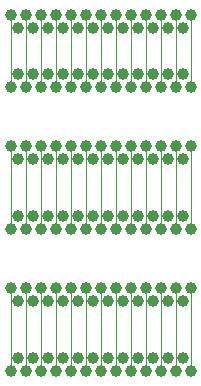
<source format=gbr>
%TF.GenerationSoftware,KiCad,Pcbnew,(5.1.9)-1*%
%TF.CreationDate,2021-07-01T13:43:52-06:00*%
%TF.ProjectId,Sub-D Micro-D 25 Pin Vacuum FeedThru,5375622d-4420-44d6-9963-726f2d442032,rev?*%
%TF.SameCoordinates,Original*%
%TF.FileFunction,Copper,L1,Top*%
%TF.FilePolarity,Positive*%
%FSLAX46Y46*%
G04 Gerber Fmt 4.6, Leading zero omitted, Abs format (unit mm)*
G04 Created by KiCad (PCBNEW (5.1.9)-1) date 2021-07-01 13:43:52*
%MOMM*%
%LPD*%
G01*
G04 APERTURE LIST*
%TA.AperFunction,ComponentPad*%
%ADD10C,1.000000*%
%TD*%
%TA.AperFunction,Conductor*%
%ADD11C,0.090000*%
%TD*%
G04 APERTURE END LIST*
D10*
%TO.P,J1,25*%
%TO.N,Net-(J1-Pad25)*%
X6990000Y14000000D03*
%TO.P,J1,24*%
%TO.N,Net-(J1-Pad24)*%
X5720000Y14000000D03*
%TO.P,J1,23*%
%TO.N,Net-(J1-Pad23)*%
X4450000Y14000000D03*
%TO.P,J1,22*%
%TO.N,Net-(J1-Pad22)*%
X3180000Y14000000D03*
%TO.P,J1,21*%
%TO.N,Net-(J1-Pad21)*%
X1910000Y14000000D03*
%TO.P,J1,20*%
%TO.N,Net-(J1-Pad20)*%
X640000Y14000000D03*
%TO.P,J1,19*%
%TO.N,Net-(J1-Pad19)*%
X-630000Y14000000D03*
%TO.P,J1,18*%
%TO.N,Net-(J1-Pad18)*%
X-1900000Y14000000D03*
%TO.P,J1,17*%
%TO.N,Net-(J1-Pad17)*%
X-3170000Y14000000D03*
%TO.P,J1,16*%
%TO.N,Net-(J1-Pad16)*%
X-4440000Y14000000D03*
%TO.P,J1,15*%
%TO.N,Net-(J1-Pad15)*%
X-5710000Y14000000D03*
%TO.P,J1,13*%
%TO.N,Net-(J1-Pad13)*%
X7620000Y15100000D03*
%TO.P,J1,12*%
%TO.N,Net-(J1-Pad12)*%
X6350000Y15100000D03*
%TO.P,J1,11*%
%TO.N,Net-(J1-Pad11)*%
X5080000Y15100000D03*
%TO.P,J1,10*%
%TO.N,Net-(J1-Pad10)*%
X3810000Y15100000D03*
%TO.P,J1,9*%
%TO.N,Net-(J1-Pad9)*%
X2540000Y15100000D03*
%TO.P,J1,8*%
%TO.N,Net-(J1-Pad8)*%
X1270000Y15100000D03*
%TO.P,J1,7*%
%TO.N,Net-(J1-Pad7)*%
X0Y15100000D03*
%TO.P,J1,6*%
%TO.N,Net-(J1-Pad6)*%
X-1270000Y15100000D03*
%TO.P,J1,5*%
%TO.N,Net-(J1-Pad5)*%
X-2540000Y15100000D03*
%TO.P,J1,4*%
%TO.N,Net-(J1-Pad4)*%
X-3810000Y15100000D03*
%TO.P,J1,3*%
%TO.N,Net-(J1-Pad3)*%
X-5080000Y15100000D03*
%TO.P,J1,2*%
%TO.N,Net-(J1-Pad2)*%
X-6350000Y15100000D03*
%TO.P,J1,14*%
%TO.N,Net-(J1-Pad14)*%
X-6980000Y14000000D03*
%TO.P,J1,1*%
%TO.N,Net-(J1-Pad1)*%
X-7620000Y15100000D03*
%TD*%
%TO.P,J2,1*%
%TO.N,Net-(J1-Pad1)*%
X-7620000Y9000000D03*
%TO.P,J2,14*%
%TO.N,Net-(J1-Pad14)*%
X-6980000Y10100000D03*
%TO.P,J2,2*%
%TO.N,Net-(J1-Pad2)*%
X-6350000Y9000000D03*
%TO.P,J2,3*%
%TO.N,Net-(J1-Pad3)*%
X-5080000Y9000000D03*
%TO.P,J2,4*%
%TO.N,Net-(J1-Pad4)*%
X-3810000Y9000000D03*
%TO.P,J2,5*%
%TO.N,Net-(J1-Pad5)*%
X-2540000Y9000000D03*
%TO.P,J2,6*%
%TO.N,Net-(J1-Pad6)*%
X-1270000Y9000000D03*
%TO.P,J2,7*%
%TO.N,Net-(J1-Pad7)*%
X0Y9000000D03*
%TO.P,J2,8*%
%TO.N,Net-(J1-Pad8)*%
X1270000Y9000000D03*
%TO.P,J2,9*%
%TO.N,Net-(J1-Pad9)*%
X2540000Y9000000D03*
%TO.P,J2,10*%
%TO.N,Net-(J1-Pad10)*%
X3810000Y9000000D03*
%TO.P,J2,11*%
%TO.N,Net-(J1-Pad11)*%
X5080000Y9000000D03*
%TO.P,J2,12*%
%TO.N,Net-(J1-Pad12)*%
X6350000Y9000000D03*
%TO.P,J2,13*%
%TO.N,Net-(J1-Pad13)*%
X7620000Y9000000D03*
%TO.P,J2,15*%
%TO.N,Net-(J1-Pad15)*%
X-5710000Y10100000D03*
%TO.P,J2,16*%
%TO.N,Net-(J1-Pad16)*%
X-4440000Y10100000D03*
%TO.P,J2,17*%
%TO.N,Net-(J1-Pad17)*%
X-3170000Y10100000D03*
%TO.P,J2,18*%
%TO.N,Net-(J1-Pad18)*%
X-1900000Y10100000D03*
%TO.P,J2,19*%
%TO.N,Net-(J1-Pad19)*%
X-630000Y10100000D03*
%TO.P,J2,20*%
%TO.N,Net-(J1-Pad20)*%
X640000Y10100000D03*
%TO.P,J2,21*%
%TO.N,Net-(J1-Pad21)*%
X1910000Y10100000D03*
%TO.P,J2,22*%
%TO.N,Net-(J1-Pad22)*%
X3180000Y10100000D03*
%TO.P,J2,23*%
%TO.N,Net-(J1-Pad23)*%
X4450000Y10100000D03*
%TO.P,J2,24*%
%TO.N,Net-(J1-Pad24)*%
X5720000Y10100000D03*
%TO.P,J2,25*%
%TO.N,Net-(J1-Pad25)*%
X6990000Y10100000D03*
%TD*%
%TO.P,J3,25*%
%TO.N,Net-(J3-Pad25)*%
X6990000Y2900000D03*
%TO.P,J3,24*%
%TO.N,Net-(J3-Pad24)*%
X5720000Y2900000D03*
%TO.P,J3,23*%
%TO.N,Net-(J3-Pad23)*%
X4450000Y2900000D03*
%TO.P,J3,22*%
%TO.N,Net-(J3-Pad22)*%
X3180000Y2900000D03*
%TO.P,J3,21*%
%TO.N,Net-(J3-Pad21)*%
X1910000Y2900000D03*
%TO.P,J3,20*%
%TO.N,Net-(J3-Pad20)*%
X640000Y2900000D03*
%TO.P,J3,19*%
%TO.N,Net-(J3-Pad19)*%
X-630000Y2900000D03*
%TO.P,J3,18*%
%TO.N,Net-(J3-Pad18)*%
X-1900000Y2900000D03*
%TO.P,J3,17*%
%TO.N,Net-(J3-Pad17)*%
X-3170000Y2900000D03*
%TO.P,J3,16*%
%TO.N,Net-(J3-Pad16)*%
X-4440000Y2900000D03*
%TO.P,J3,15*%
%TO.N,Net-(J3-Pad15)*%
X-5710000Y2900000D03*
%TO.P,J3,13*%
%TO.N,Net-(J3-Pad13)*%
X7620000Y4000000D03*
%TO.P,J3,12*%
%TO.N,Net-(J3-Pad12)*%
X6350000Y4000000D03*
%TO.P,J3,11*%
%TO.N,Net-(J3-Pad11)*%
X5080000Y4000000D03*
%TO.P,J3,10*%
%TO.N,Net-(J3-Pad10)*%
X3810000Y4000000D03*
%TO.P,J3,9*%
%TO.N,Net-(J3-Pad9)*%
X2540000Y4000000D03*
%TO.P,J3,8*%
%TO.N,Net-(J3-Pad8)*%
X1270000Y4000000D03*
%TO.P,J3,7*%
%TO.N,Net-(J3-Pad7)*%
X0Y4000000D03*
%TO.P,J3,6*%
%TO.N,Net-(J3-Pad6)*%
X-1270000Y4000000D03*
%TO.P,J3,5*%
%TO.N,Net-(J3-Pad5)*%
X-2540000Y4000000D03*
%TO.P,J3,4*%
%TO.N,Net-(J3-Pad4)*%
X-3810000Y4000000D03*
%TO.P,J3,3*%
%TO.N,Net-(J3-Pad3)*%
X-5080000Y4000000D03*
%TO.P,J3,2*%
%TO.N,Net-(J3-Pad2)*%
X-6350000Y4000000D03*
%TO.P,J3,14*%
%TO.N,Net-(J3-Pad14)*%
X-6980000Y2900000D03*
%TO.P,J3,1*%
%TO.N,Net-(J3-Pad1)*%
X-7620000Y4000000D03*
%TD*%
%TO.P,J4,1*%
%TO.N,Net-(J3-Pad1)*%
X-7620000Y-3000000D03*
%TO.P,J4,14*%
%TO.N,Net-(J3-Pad14)*%
X-6980000Y-1900000D03*
%TO.P,J4,2*%
%TO.N,Net-(J3-Pad2)*%
X-6350000Y-3000000D03*
%TO.P,J4,3*%
%TO.N,Net-(J3-Pad3)*%
X-5080000Y-3000000D03*
%TO.P,J4,4*%
%TO.N,Net-(J3-Pad4)*%
X-3810000Y-3000000D03*
%TO.P,J4,5*%
%TO.N,Net-(J3-Pad5)*%
X-2540000Y-3000000D03*
%TO.P,J4,6*%
%TO.N,Net-(J3-Pad6)*%
X-1270000Y-3000000D03*
%TO.P,J4,7*%
%TO.N,Net-(J3-Pad7)*%
X0Y-3000000D03*
%TO.P,J4,8*%
%TO.N,Net-(J3-Pad8)*%
X1270000Y-3000000D03*
%TO.P,J4,9*%
%TO.N,Net-(J3-Pad9)*%
X2540000Y-3000000D03*
%TO.P,J4,10*%
%TO.N,Net-(J3-Pad10)*%
X3810000Y-3000000D03*
%TO.P,J4,11*%
%TO.N,Net-(J3-Pad11)*%
X5080000Y-3000000D03*
%TO.P,J4,12*%
%TO.N,Net-(J3-Pad12)*%
X6350000Y-3000000D03*
%TO.P,J4,13*%
%TO.N,Net-(J3-Pad13)*%
X7620000Y-3000000D03*
%TO.P,J4,15*%
%TO.N,Net-(J3-Pad15)*%
X-5710000Y-1900000D03*
%TO.P,J4,16*%
%TO.N,Net-(J3-Pad16)*%
X-4440000Y-1900000D03*
%TO.P,J4,17*%
%TO.N,Net-(J3-Pad17)*%
X-3170000Y-1900000D03*
%TO.P,J4,18*%
%TO.N,Net-(J3-Pad18)*%
X-1900000Y-1900000D03*
%TO.P,J4,19*%
%TO.N,Net-(J3-Pad19)*%
X-630000Y-1900000D03*
%TO.P,J4,20*%
%TO.N,Net-(J3-Pad20)*%
X640000Y-1900000D03*
%TO.P,J4,21*%
%TO.N,Net-(J3-Pad21)*%
X1910000Y-1900000D03*
%TO.P,J4,22*%
%TO.N,Net-(J3-Pad22)*%
X3180000Y-1900000D03*
%TO.P,J4,23*%
%TO.N,Net-(J3-Pad23)*%
X4450000Y-1900000D03*
%TO.P,J4,24*%
%TO.N,Net-(J3-Pad24)*%
X5720000Y-1900000D03*
%TO.P,J4,25*%
%TO.N,Net-(J3-Pad25)*%
X6990000Y-1900000D03*
%TD*%
%TO.P,J5,25*%
%TO.N,Net-(J5-Pad25)*%
X6990000Y-9100000D03*
%TO.P,J5,24*%
%TO.N,Net-(J5-Pad24)*%
X5720000Y-9100000D03*
%TO.P,J5,23*%
%TO.N,Net-(J5-Pad23)*%
X4450000Y-9100000D03*
%TO.P,J5,22*%
%TO.N,Net-(J5-Pad22)*%
X3180000Y-9100000D03*
%TO.P,J5,21*%
%TO.N,Net-(J5-Pad21)*%
X1910000Y-9100000D03*
%TO.P,J5,20*%
%TO.N,Net-(J5-Pad20)*%
X640000Y-9100000D03*
%TO.P,J5,19*%
%TO.N,Net-(J5-Pad19)*%
X-630000Y-9100000D03*
%TO.P,J5,18*%
%TO.N,Net-(J5-Pad18)*%
X-1900000Y-9100000D03*
%TO.P,J5,17*%
%TO.N,Net-(J5-Pad17)*%
X-3170000Y-9100000D03*
%TO.P,J5,16*%
%TO.N,Net-(J5-Pad16)*%
X-4440000Y-9100000D03*
%TO.P,J5,15*%
%TO.N,Net-(J5-Pad15)*%
X-5710000Y-9100000D03*
%TO.P,J5,13*%
%TO.N,Net-(J5-Pad13)*%
X7620000Y-8000000D03*
%TO.P,J5,12*%
%TO.N,Net-(J5-Pad12)*%
X6350000Y-8000000D03*
%TO.P,J5,11*%
%TO.N,Net-(J5-Pad11)*%
X5080000Y-8000000D03*
%TO.P,J5,10*%
%TO.N,Net-(J5-Pad10)*%
X3810000Y-8000000D03*
%TO.P,J5,9*%
%TO.N,Net-(J5-Pad9)*%
X2540000Y-8000000D03*
%TO.P,J5,8*%
%TO.N,Net-(J5-Pad8)*%
X1270000Y-8000000D03*
%TO.P,J5,7*%
%TO.N,Net-(J5-Pad7)*%
X0Y-8000000D03*
%TO.P,J5,6*%
%TO.N,Net-(J5-Pad6)*%
X-1270000Y-8000000D03*
%TO.P,J5,5*%
%TO.N,Net-(J5-Pad5)*%
X-2540000Y-8000000D03*
%TO.P,J5,4*%
%TO.N,Net-(J5-Pad4)*%
X-3810000Y-8000000D03*
%TO.P,J5,3*%
%TO.N,Net-(J5-Pad3)*%
X-5080000Y-8000000D03*
%TO.P,J5,2*%
%TO.N,Net-(J5-Pad2)*%
X-6350000Y-8000000D03*
%TO.P,J5,14*%
%TO.N,Net-(J5-Pad14)*%
X-6980000Y-9100000D03*
%TO.P,J5,1*%
%TO.N,Net-(J5-Pad1)*%
X-7620000Y-8000000D03*
%TD*%
%TO.P,J6,1*%
%TO.N,Net-(J5-Pad1)*%
X-7620000Y-15000000D03*
%TO.P,J6,14*%
%TO.N,Net-(J5-Pad14)*%
X-6980000Y-13900000D03*
%TO.P,J6,2*%
%TO.N,Net-(J5-Pad2)*%
X-6350000Y-15000000D03*
%TO.P,J6,3*%
%TO.N,Net-(J5-Pad3)*%
X-5080000Y-15000000D03*
%TO.P,J6,4*%
%TO.N,Net-(J5-Pad4)*%
X-3810000Y-15000000D03*
%TO.P,J6,5*%
%TO.N,Net-(J5-Pad5)*%
X-2540000Y-15000000D03*
%TO.P,J6,6*%
%TO.N,Net-(J5-Pad6)*%
X-1270000Y-15000000D03*
%TO.P,J6,7*%
%TO.N,Net-(J5-Pad7)*%
X0Y-15000000D03*
%TO.P,J6,8*%
%TO.N,Net-(J5-Pad8)*%
X1270000Y-15000000D03*
%TO.P,J6,9*%
%TO.N,Net-(J5-Pad9)*%
X2540000Y-15000000D03*
%TO.P,J6,10*%
%TO.N,Net-(J5-Pad10)*%
X3810000Y-15000000D03*
%TO.P,J6,11*%
%TO.N,Net-(J5-Pad11)*%
X5080000Y-15000000D03*
%TO.P,J6,12*%
%TO.N,Net-(J5-Pad12)*%
X6350000Y-15000000D03*
%TO.P,J6,13*%
%TO.N,Net-(J5-Pad13)*%
X7620000Y-15000000D03*
%TO.P,J6,15*%
%TO.N,Net-(J5-Pad15)*%
X-5710000Y-13900000D03*
%TO.P,J6,16*%
%TO.N,Net-(J5-Pad16)*%
X-4440000Y-13900000D03*
%TO.P,J6,17*%
%TO.N,Net-(J5-Pad17)*%
X-3170000Y-13900000D03*
%TO.P,J6,18*%
%TO.N,Net-(J5-Pad18)*%
X-1900000Y-13900000D03*
%TO.P,J6,19*%
%TO.N,Net-(J5-Pad19)*%
X-630000Y-13900000D03*
%TO.P,J6,20*%
%TO.N,Net-(J5-Pad20)*%
X640000Y-13900000D03*
%TO.P,J6,21*%
%TO.N,Net-(J5-Pad21)*%
X1910000Y-13900000D03*
%TO.P,J6,22*%
%TO.N,Net-(J5-Pad22)*%
X3180000Y-13900000D03*
%TO.P,J6,23*%
%TO.N,Net-(J5-Pad23)*%
X4450000Y-13900000D03*
%TO.P,J6,24*%
%TO.N,Net-(J5-Pad24)*%
X5720000Y-13900000D03*
%TO.P,J6,25*%
%TO.N,Net-(J5-Pad25)*%
X6990000Y-13900000D03*
%TD*%
D11*
%TO.N,Net-(J1-Pad13)*%
X7620000Y15100000D02*
X7620000Y9000000D01*
%TO.N,Net-(J1-Pad12)*%
X6350000Y9814998D02*
X6350000Y9000000D01*
X6350000Y15100000D02*
X6350000Y9814998D01*
%TO.N,Net-(J1-Pad11)*%
X5080000Y15100000D02*
X5080000Y9000000D01*
%TO.N,Net-(J1-Pad10)*%
X3810000Y15100000D02*
X3810000Y9000000D01*
%TO.N,Net-(J1-Pad9)*%
X2540000Y15100000D02*
X2540000Y9000000D01*
%TO.N,Net-(J1-Pad8)*%
X1270000Y15100000D02*
X1270000Y9000000D01*
%TO.N,Net-(J1-Pad7)*%
X0Y15100000D02*
X0Y9000000D01*
%TO.N,Net-(J1-Pad6)*%
X-1270000Y15100000D02*
X-1270000Y9000000D01*
%TO.N,Net-(J1-Pad5)*%
X-2540000Y15100000D02*
X-2540000Y9000000D01*
%TO.N,Net-(J1-Pad4)*%
X-3810000Y13714998D02*
X-3810000Y9000000D01*
X-3810000Y15100000D02*
X-3810000Y13714998D01*
%TO.N,Net-(J1-Pad3)*%
X-5080000Y15100000D02*
X-5080000Y9000000D01*
%TO.N,Net-(J1-Pad2)*%
X-6350000Y15100000D02*
X-6350000Y9000000D01*
%TO.N,Net-(J1-Pad1)*%
X-7620000Y9814998D02*
X-7620000Y9000000D01*
X-7620000Y15100000D02*
X-7620000Y9814998D01*
%TO.N,Net-(J3-Pad13)*%
X7620000Y4000000D02*
X7620000Y-3000000D01*
%TO.N,Net-(J3-Pad12)*%
X6350000Y-3000000D02*
X6350000Y4000000D01*
%TO.N,Net-(J3-Pad11)*%
X5080000Y4000000D02*
X5080000Y-3000000D01*
%TO.N,Net-(J3-Pad10)*%
X3810000Y1334998D02*
X3810000Y4000000D01*
X3810000Y-3000000D02*
X3810000Y1334998D01*
%TO.N,Net-(J3-Pad9)*%
X2540000Y4000000D02*
X2540000Y-3000000D01*
%TO.N,Net-(J3-Pad8)*%
X1270000Y2614998D02*
X1270000Y-3000000D01*
X1270000Y4000000D02*
X1270000Y2614998D01*
%TO.N,Net-(J3-Pad7)*%
X0Y2614998D02*
X0Y-3000000D01*
X0Y4000000D02*
X0Y2614998D01*
%TO.N,Net-(J3-Pad6)*%
X-1270000Y-3000000D02*
X-1270000Y4000000D01*
%TO.N,Net-(J3-Pad5)*%
X-2540000Y4000000D02*
X-2540000Y-3000000D01*
%TO.N,Net-(J3-Pad4)*%
X-3810000Y-3000000D02*
X-3810000Y4000000D01*
%TO.N,Net-(J3-Pad3)*%
X-5080000Y4000000D02*
X-5080000Y-3000000D01*
%TO.N,Net-(J3-Pad2)*%
X-6350000Y-3000000D02*
X-6350000Y4000000D01*
%TO.N,Net-(J3-Pad1)*%
X-7620000Y4000000D02*
X-7620000Y-3000000D01*
%TO.N,Net-(J5-Pad13)*%
X7620000Y-15000000D02*
X7620000Y-8000000D01*
%TO.N,Net-(J5-Pad12)*%
X6350000Y-14185002D02*
X6350000Y-15000000D01*
X6350000Y-8000000D02*
X6350000Y-14185002D01*
%TO.N,Net-(J5-Pad11)*%
X5080000Y-15000000D02*
X5080000Y-8000000D01*
%TO.N,Net-(J5-Pad10)*%
X3810000Y-12334998D02*
X3810000Y-15000000D01*
X3810000Y-8000000D02*
X3810000Y-12334998D01*
%TO.N,Net-(J5-Pad9)*%
X2540000Y-15000000D02*
X2540000Y-8000000D01*
%TO.N,Net-(J5-Pad8)*%
X1270000Y-8000000D02*
X1270000Y-15000000D01*
%TO.N,Net-(J5-Pad7)*%
X0Y-13614998D02*
X0Y-8000000D01*
X0Y-15000000D02*
X0Y-13614998D01*
%TO.N,Net-(J5-Pad6)*%
X-1270000Y-8000000D02*
X-1270000Y-15000000D01*
%TO.N,Net-(J5-Pad5)*%
X-2540000Y-15000000D02*
X-2540000Y-8000000D01*
%TO.N,Net-(J5-Pad4)*%
X-3810000Y-8000000D02*
X-3810000Y-15000000D01*
%TO.N,Net-(J5-Pad3)*%
X-5080000Y-15000000D02*
X-5080000Y-8000000D01*
%TO.N,Net-(J5-Pad2)*%
X-6350000Y-8000000D02*
X-6350000Y-15000000D01*
%TO.N,Net-(J5-Pad1)*%
X-7620000Y-14185002D02*
X-7620000Y-15000000D01*
X-7620000Y-8000000D02*
X-7620000Y-14185002D01*
%TD*%
M02*

</source>
